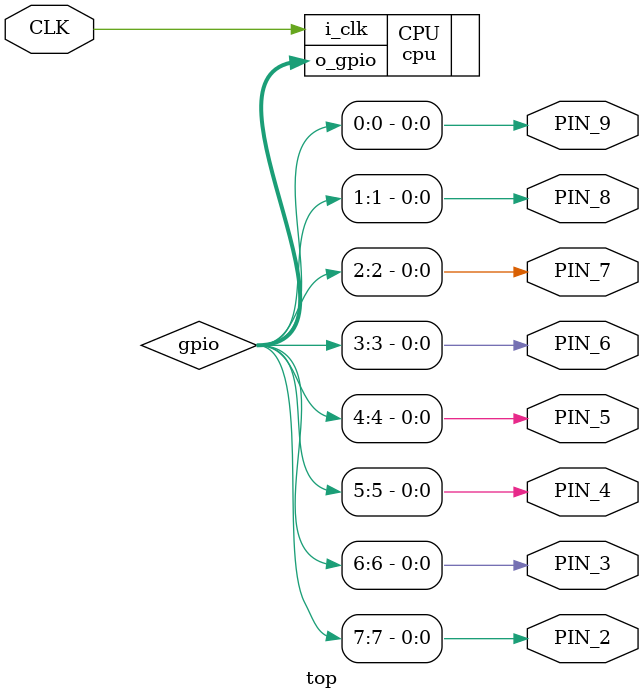
<source format=v>
module top(
	input CLK,

	output PIN_2,
	output PIN_3,
	output PIN_4,
	output PIN_5,
	output PIN_6,
	output PIN_7,
	output PIN_8,
	output PIN_9,
);
	wire [7:0] gpio;

	cpu CPU (
		.i_clk(CLK),

		.o_gpio(gpio)
	);

	assign {
		PIN_2, PIN_3, PIN_4, PIN_5, PIN_6, PIN_7, PIN_8, PIN_9
	} = gpio;
endmodule

</source>
